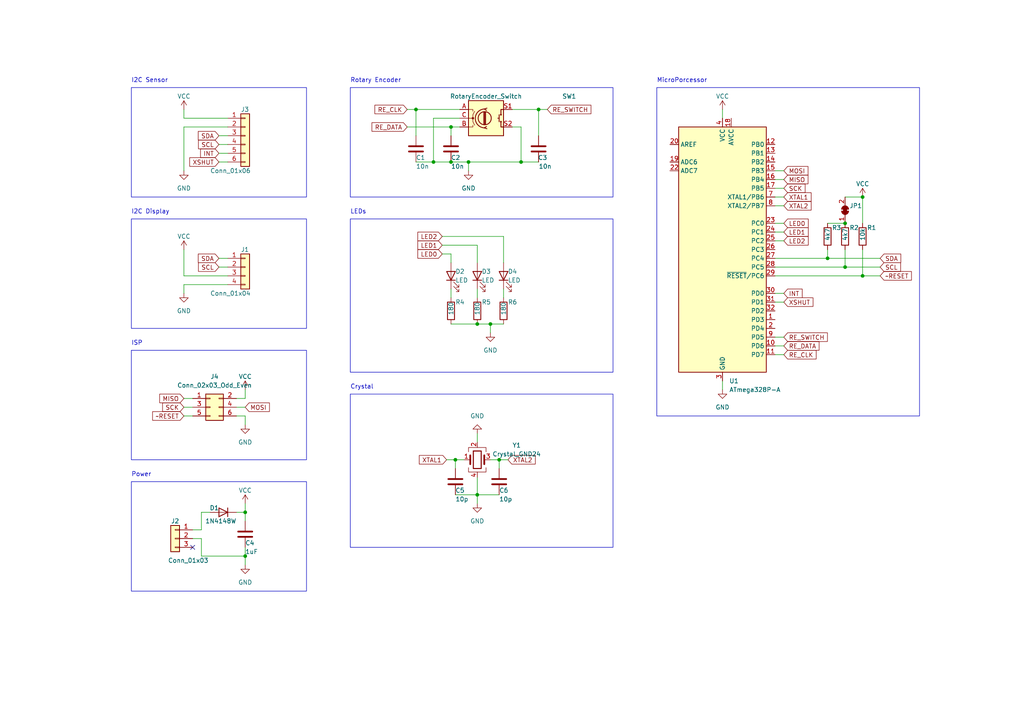
<source format=kicad_sch>
(kicad_sch (version 20230121) (generator eeschema)
  (paper "A4")
  (title_block (title "Laser head distance sensor") (date "2023-05-27") (rev "v1.1") (company "3axis-design.nl"))
  (lib_symbols
    (symbol "Connector_Generic:Conn_01x03" (pin_names (offset 1.016) hide)
      (property "Reference" "J" (at 0 5.08 0))
      (property "Value" "Conn_01x03" (at 0 -5.08 0))
      (symbol "Conn_01x03_1_1"
        (rectangle (start -1.27 -2.413) (end 0 -2.667) (stroke (width 0.1524)))
        (rectangle (start -1.27 0.127) (end 0 -0.127) (stroke (width 0.1524)))
        (rectangle (start -1.27 2.667) (end 0 2.413) (stroke (width 0.1524)))
        (rectangle (start -1.27 3.81) (end 1.27 -3.81) (stroke (width 0.254)) (fill (type background)))
        (pin passive line (at -5.08 2.54 0) (length 3.81) (name "Pin_1") (number "1"))
        (pin passive line (at -5.08 0 0) (length 3.81) (name "Pin_2") (number "2"))
        (pin passive line (at -5.08 -2.54 0) (length 3.81) (name "Pin_3") (number "3"))
      )
    )
    (symbol "Connector_Generic:Conn_01x04" (pin_names (offset 1.016) hide)
      (property "Reference" "J" (at 0 5.08 0))
      (property "Value" "Conn_01x04" (at 0 -7.62 0))
      (symbol "Conn_01x04_1_1"
        (rectangle (start -1.27 -4.953) (end 0 -5.207) (stroke (width 0.1524)))
        (rectangle (start -1.27 -2.413) (end 0 -2.667) (stroke (width 0.1524)))
        (rectangle (start -1.27 0.127) (end 0 -0.127) (stroke (width 0.1524)))
        (rectangle (start -1.27 2.667) (end 0 2.413) (stroke (width 0.1524)))
        (rectangle (start -1.27 3.81) (end 1.27 -6.35) (stroke (width 0.254)) (fill (type background)))
        (pin passive line (at -5.08 2.54 0) (length 3.81) (name "Pin_1") (number "1"))
        (pin passive line (at -5.08 0 0) (length 3.81) (name "Pin_2") (number "2"))
        (pin passive line (at -5.08 -2.54 0) (length 3.81) (name "Pin_3") (number "3"))
        (pin passive line (at -5.08 -5.08 0) (length 3.81) (name "Pin_4") (number "4"))
      )
    )
    (symbol "Connector_Generic:Conn_01x06" (pin_names (offset 1.016) hide)
      (property "Reference" "J" (at 0 7.62 0))
      (property "Value" "Conn_01x06" (at 0 -10.16 0))
      (symbol "Conn_01x06_1_1"
        (rectangle (start -1.27 -7.493) (end 0 -7.747) (stroke (width 0.1524)))
        (rectangle (start -1.27 -4.953) (end 0 -5.207) (stroke (width 0.1524)))
        (rectangle (start -1.27 -2.413) (end 0 -2.667) (stroke (width 0.1524)))
        (rectangle (start -1.27 0.127) (end 0 -0.127) (stroke (width 0.1524)))
        (rectangle (start -1.27 2.667) (end 0 2.413) (stroke (width 0.1524)))
        (rectangle (start -1.27 5.207) (end 0 4.953) (stroke (width 0.1524)))
        (rectangle (start -1.27 6.35) (end 1.27 -8.89) (stroke (width 0.254)) (fill (type background)))
        (pin passive line (at -5.08 5.08 0) (length 3.81) (name "Pin_1") (number "1"))
        (pin passive line (at -5.08 2.54 0) (length 3.81) (name "Pin_2") (number "2"))
        (pin passive line (at -5.08 0 0) (length 3.81) (name "Pin_3") (number "3"))
        (pin passive line (at -5.08 -2.54 0) (length 3.81) (name "Pin_4") (number "4"))
        (pin passive line (at -5.08 -5.08 0) (length 3.81) (name "Pin_5") (number "5"))
        (pin passive line (at -5.08 -7.62 0) (length 3.81) (name "Pin_6") (number "6"))
      )
    )
    (symbol "Connector_Generic:Conn_02x03_Odd_Even" (pin_names (offset 1.016) hide)
      (property "Reference" "J" (at 1.27 5.08 0))
      (property "Value" "Conn_02x03_Odd_Even" (at 1.27 -5.08 0))
      (symbol "Conn_02x03_Odd_Even_1_1"
        (rectangle (start -1.27 -2.413) (end 0 -2.667) (stroke (width 0.1524)))
        (rectangle (start -1.27 0.127) (end 0 -0.127) (stroke (width 0.1524)))
        (rectangle (start -1.27 2.667) (end 0 2.413) (stroke (width 0.1524)))
        (rectangle (start -1.27 3.81) (end 3.81 -3.81) (stroke (width 0.254)) (fill (type background)))
        (rectangle (start 3.81 -2.413) (end 2.54 -2.667) (stroke (width 0.1524)))
        (rectangle (start 3.81 0.127) (end 2.54 -0.127) (stroke (width 0.1524)))
        (rectangle (start 3.81 2.667) (end 2.54 2.413) (stroke (width 0.1524)))
        (pin passive line (at -5.08 2.54 0) (length 3.81) (name "Pin_1") (number "1"))
        (pin passive line (at 7.62 2.54 180) (length 3.81) (name "Pin_2") (number "2"))
        (pin passive line (at -5.08 0 0) (length 3.81) (name "Pin_3") (number "3"))
        (pin passive line (at 7.62 0 180) (length 3.81) (name "Pin_4") (number "4"))
        (pin passive line (at -5.08 -2.54 0) (length 3.81) (name "Pin_5") (number "5"))
        (pin passive line (at 7.62 -2.54 180) (length 3.81) (name "Pin_6") (number "6"))
      )
    )
    (symbol "Device:C" (pin_numbers hide) (pin_names (offset 0.254))
      (property "Reference" "C" (at 0.635 2.54 0))
      (property "Value" "C" (at 0.635 -2.54 0))
      (symbol "C_0_1"
        (polyline (pts (xy -2.032 -0.762) (xy 2.032 -0.762)) (stroke (width 0.508)))
        (polyline (pts (xy -2.032 0.762) (xy 2.032 0.762)) (stroke (width 0.508)))
      )
      (symbol "C_1_1"
        (pin passive line (at 0 3.81 270) (length 2.794) (name "~") (number "1"))
        (pin passive line (at 0 -3.81 90) (length 2.794) (name "~") (number "2"))
      )
    )
    (symbol "Device:Crystal_GND24" (pin_names (offset 1.016) hide)
      (property "Reference" "Y" (at 3.175 5.08 0))
      (property "Value" "Crystal_GND24" (at 3.175 3.175 0))
      (symbol "Crystal_GND24_0_1"
        (rectangle (start -1.143 2.54) (end 1.143 -2.54) (stroke (width 0.3048)))
        (polyline (pts (xy -2.54 0) (xy -2.032 0)))
        (polyline (pts (xy -2.032 -1.27) (xy -2.032 1.27)) (stroke (width 0.508)))
        (polyline (pts (xy 0 -3.81) (xy 0 -3.556)))
        (polyline (pts (xy 0 3.556) (xy 0 3.81)))
        (polyline (pts (xy 2.032 -1.27) (xy 2.032 1.27)) (stroke (width 0.508)))
        (polyline (pts (xy 2.032 0) (xy 2.54 0)))
        (polyline (pts (xy -2.54 -2.286) (xy -2.54 -3.556) (xy 2.54 -3.556) (xy 2.54 -2.286)))
        (polyline (pts (xy -2.54 2.286) (xy -2.54 3.556) (xy 2.54 3.556) (xy 2.54 2.286)))
      )
      (symbol "Crystal_GND24_1_1"
        (pin passive line (at -3.81 0 0) (length 1.27) (name "1") (number "1"))
        (pin passive line (at 0 5.08 270) (length 1.27) (name "2") (number "2"))
        (pin passive line (at 3.81 0 180) (length 1.27) (name "3") (number "3"))
        (pin passive line (at 0 -5.08 90) (length 1.27) (name "4") (number "4"))
      )
    )
    (symbol "Device:LED" (pin_numbers hide) (pin_names (offset 1.016) hide)
      (property "Reference" "D" (at 0 2.54 0))
      (property "Value" "LED" (at 0 -2.54 0))
      (symbol "LED_0_1"
        (polyline (pts (xy -1.27 -1.27) (xy -1.27 1.27)) (stroke (width 0.254)))
        (polyline (pts (xy -1.27 0) (xy 1.27 0)))
        (polyline (pts (xy 1.27 -1.27) (xy 1.27 1.27) (xy -1.27 0) (xy 1.27 -1.27)) (stroke (width 0.254)))
        (polyline (pts (xy -3.048 -0.762) (xy -4.572 -2.286) (xy -3.81 -2.286) (xy -4.572 -2.286) (xy -4.572 -1.524)))
        (polyline (pts (xy -1.778 -0.762) (xy -3.302 -2.286) (xy -2.54 -2.286) (xy -3.302 -2.286) (xy -3.302 -1.524)))
      )
      (symbol "LED_1_1"
        (pin passive line (at -3.81 0 0) (length 2.54) (name "K") (number "1"))
        (pin passive line (at 3.81 0 180) (length 2.54) (name "A") (number "2"))
      )
    )
    (symbol "Device:R" (pin_numbers hide) (pin_names (offset 0))
      (property "Reference" "R" (at 2.032 0 90))
      (property "Value" "R" (at 0 0 90))
      (symbol "R_0_1"
        (rectangle (start -1.016 -2.54) (end 1.016 2.54) (stroke (width 0.254)))
      )
      (symbol "R_1_1"
        (pin passive line (at 0 3.81 270) (length 1.27) (name "~") (number "1"))
        (pin passive line (at 0 -3.81 90) (length 1.27) (name "~") (number "2"))
      )
    )
    (symbol "Device:RotaryEncoder_Switch" (pin_names (offset 0.254) hide)
      (property "Reference" "SW" (at 0 6.604 0))
      (property "Value" "RotaryEncoder_Switch" (at 0 -6.604 0))
      (symbol "RotaryEncoder_Switch_0_1"
        (rectangle (start -5.08 5.08) (end 5.08 -5.08) (stroke (width 0.254)) (fill (type background)))
        (circle (center -3.81 0) (radius 0.254) (fill (type outline)))
        (circle (center -0.381 0) (radius 1.905) (stroke (width 0.254)))
        (arc (start -0.381 2.667) (mid -3.0988 -0.0635) (end -0.381 -2.794) (stroke (width 0.254)))
        (polyline (pts (xy -0.635 -1.778) (xy -0.635 1.778)) (stroke (width 0.254)))
        (polyline (pts (xy -0.381 -1.778) (xy -0.381 1.778)) (stroke (width 0.254)))
        (polyline (pts (xy -0.127 1.778) (xy -0.127 -1.778)) (stroke (width 0.254)))
        (polyline (pts (xy 3.81 0) (xy 3.429 0)) (stroke (width 0.254)))
        (polyline (pts (xy 3.81 1.016) (xy 3.81 -1.016)) (stroke (width 0.254)))
        (polyline (pts (xy -5.08 -2.54) (xy -3.81 -2.54) (xy -3.81 -2.032)))
        (polyline (pts (xy -5.08 2.54) (xy -3.81 2.54) (xy -3.81 2.032)))
        (polyline (pts (xy 0.254 -3.048) (xy -0.508 -2.794) (xy 0.127 -2.413)) (stroke (width 0.254)))
        (polyline (pts (xy 0.254 2.921) (xy -0.508 2.667) (xy 0.127 2.286)) (stroke (width 0.254)))
        (polyline (pts (xy 5.08 -2.54) (xy 4.318 -2.54) (xy 4.318 -1.016)) (stroke (width 0.254)))
        (polyline (pts (xy 5.08 2.54) (xy 4.318 2.54) (xy 4.318 1.016)) (stroke (width 0.254)))
        (polyline (pts (xy -5.08 0) (xy -3.81 0) (xy -3.81 -1.016) (xy -3.302 -2.032)))
        (polyline (pts (xy -4.318 0) (xy -3.81 0) (xy -3.81 1.016) (xy -3.302 2.032)))
        (circle (center 4.318 -1.016) (radius 0.127) (stroke (width 0.254)))
        (circle (center 4.318 1.016) (radius 0.127) (stroke (width 0.254)))
      )
      (symbol "RotaryEncoder_Switch_1_1"
        (pin passive line (at -7.62 2.54 0) (length 2.54) (name "A") (number "A"))
        (pin passive line (at -7.62 -2.54 0) (length 2.54) (name "B") (number "B"))
        (pin passive line (at -7.62 0 0) (length 2.54) (name "C") (number "C"))
        (pin passive line (at 7.62 2.54 180) (length 2.54) (name "S1") (number "S1"))
        (pin passive line (at 7.62 -2.54 180) (length 2.54) (name "S2") (number "S2"))
      )
    )
    (symbol "Diode:1N4148W" (pin_numbers hide) (pin_names hide)
      (property "Reference" "D" (at 0 2.54 0))
      (property "Value" "1N4148W" (at 0 -2.54 0))
      (symbol "1N4148W_0_1"
        (polyline (pts (xy -1.27 1.27) (xy -1.27 -1.27)) (stroke (width 0.254)))
        (polyline (pts (xy 1.27 0) (xy -1.27 0)))
        (polyline (pts (xy 1.27 1.27) (xy 1.27 -1.27) (xy -1.27 0) (xy 1.27 1.27)) (stroke (width 0.254)))
      )
      (symbol "1N4148W_1_1"
        (pin passive line (at -3.81 0 0) (length 2.54) (name "K") (number "1"))
        (pin passive line (at 3.81 0 180) (length 2.54) (name "A") (number "2"))
      )
    )
    (symbol "Jumper:SolderJumper_2_Bridged" (pin_names (offset 0) hide)
      (property "Reference" "JP" (at 0 2.032 0))
      (property "Value" "SolderJumper_2_Bridged" (at 0 -2.54 0))
      (symbol "SolderJumper_2_Bridged_0_1"
        (rectangle (start -0.508 0.508) (end 0.508 -0.508) (fill (type outline)))
        (arc (start -0.254 1.016) (mid -1.2656 0) (end -0.254 -1.016))
        (arc (start -0.254 1.016) (mid -1.2656 0) (end -0.254 -1.016) (fill (type outline)))
        (polyline (pts (xy -0.254 1.016) (xy -0.254 -1.016)))
        (polyline (pts (xy 0.254 1.016) (xy 0.254 -1.016)))
        (arc (start 0.254 -1.016) (mid 1.2656 0) (end 0.254 1.016))
        (arc (start 0.254 -1.016) (mid 1.2656 0) (end 0.254 1.016) (fill (type outline)))
      )
      (symbol "SolderJumper_2_Bridged_1_1"
        (pin passive line (at -3.81 0 0) (length 2.54) (name "A") (number "1"))
        (pin passive line (at 3.81 0 180) (length 2.54) (name "B") (number "2"))
      )
    )
    (symbol "MCU_Microchip_ATmega:ATmega328P-A"
      (property "Reference" "U" (at -12.7 36.83 0))
      (property "Value" "ATmega328P-A" (at 2.54 -36.83 0))
      (symbol "ATmega328P-A_0_1"
        (rectangle (start -12.7 -35.56) (end 12.7 35.56) (stroke (width 0.254)) (fill (type background)))
      )
      (symbol "ATmega328P-A_1_1"
        (pin bidirectional line (at 15.24 -20.32 180) (length 2.54) (name "PD3") (number "1"))
        (pin bidirectional line (at 15.24 -27.94 180) (length 2.54) (name "PD6") (number "10"))
        (pin bidirectional line (at 15.24 -30.48 180) (length 2.54) (name "PD7") (number "11"))
        (pin bidirectional line (at 15.24 30.48 180) (length 2.54) (name "PB0") (number "12"))
        (pin bidirectional line (at 15.24 27.94 180) (length 2.54) (name "PB1") (number "13"))
        (pin bidirectional line (at 15.24 25.4 180) (length 2.54) (name "PB2") (number "14"))
        (pin bidirectional line (at 15.24 22.86 180) (length 2.54) (name "PB3") (number "15"))
        (pin bidirectional line (at 15.24 20.32 180) (length 2.54) (name "PB4") (number "16"))
        (pin bidirectional line (at 15.24 17.78 180) (length 2.54) (name "PB5") (number "17"))
        (pin power_in line (at 2.54 38.1 270) (length 2.54) (name "AVCC") (number "18"))
        (pin input line (at -15.24 25.4 0) (length 2.54) (name "ADC6") (number "19"))
        (pin bidirectional line (at 15.24 -22.86 180) (length 2.54) (name "PD4") (number "2"))
        (pin passive line (at -15.24 30.48 0) (length 2.54) (name "AREF") (number "20"))
        (pin passive line (at 0 -38.1 90) (length 2.54) hide (name "GND") (number "21"))
        (pin input line (at -15.24 22.86 0) (length 2.54) (name "ADC7") (number "22"))
        (pin bidirectional line (at 15.24 7.62 180) (length 2.54) (name "PC0") (number "23"))
        (pin bidirectional line (at 15.24 5.08 180) (length 2.54) (name "PC1") (number "24"))
        (pin bidirectional line (at 15.24 2.54 180) (length 2.54) (name "PC2") (number "25"))
        (pin bidirectional line (at 15.24 0 180) (length 2.54) (name "PC3") (number "26"))
        (pin bidirectional line (at 15.24 -2.54 180) (length 2.54) (name "PC4") (number "27"))
        (pin bidirectional line (at 15.24 -5.08 180) (length 2.54) (name "PC5") (number "28"))
        (pin bidirectional line (at 15.24 -7.62 180) (length 2.54) (name "~{RESET}/PC6") (number "29"))
        (pin power_in line (at 0 -38.1 90) (length 2.54) (name "GND") (number "3"))
        (pin bidirectional line (at 15.24 -12.7 180) (length 2.54) (name "PD0") (number "30"))
        (pin bidirectional line (at 15.24 -15.24 180) (length 2.54) (name "PD1") (number "31"))
        (pin bidirectional line (at 15.24 -17.78 180) (length 2.54) (name "PD2") (number "32"))
        (pin power_in line (at 0 38.1 270) (length 2.54) (name "VCC") (number "4"))
        (pin passive line (at 0 -38.1 90) (length 2.54) hide (name "GND") (number "5"))
        (pin passive line (at 0 38.1 270) (length 2.54) hide (name "VCC") (number "6"))
        (pin bidirectional line (at 15.24 15.24 180) (length 2.54) (name "XTAL1/PB6") (number "7"))
        (pin bidirectional line (at 15.24 12.7 180) (length 2.54) (name "XTAL2/PB7") (number "8"))
        (pin bidirectional line (at 15.24 -25.4 180) (length 2.54) (name "PD5") (number "9"))
      )
    )
    (symbol "power:GND" (power) (pin_names (offset 0))
      (property "Value" "GND" (at 0 -3.81 0))
      (symbol "GND_0_1"
        (polyline (pts (xy 0 0) (xy 0 -1.27) (xy 1.27 -1.27) (xy 0 -2.54) (xy -1.27 -1.27) (xy 0 -1.27)))
      )
      (symbol "GND_1_1"
        (pin power_in line (at 0 0 270) (length 0) hide (name "GND") (number "1"))
      )
    )
    (symbol "power:VCC" (power) (pin_names (offset 0))
      (property "Value" "VCC" (at 0 3.81 0))
      (symbol "VCC_0_1"
        (polyline (pts (xy -0.762 1.27) (xy 0 2.54)))
        (polyline (pts (xy 0 0) (xy 0 2.54)))
        (polyline (pts (xy 0 2.54) (xy 0.762 1.27)))
      )
      (symbol "VCC_1_1"
        (pin power_in line (at 0 0 90) (length 0) hide (name "VCC") (number "1"))
      )
    )
  )
  (junction (at 125.73 46.99))
  (junction (at 71.12 148.59))
  (junction (at 120.65 31.75))
  (junction (at 144.78 133.35))
  (junction (at 142.24 93.98))
  (junction (at 245.11 64.77))
  (junction (at 132.08 133.35))
  (junction (at 156.21 31.75))
  (junction (at 245.11 77.47))
  (junction (at 138.43 93.98))
  (junction (at 151.13 46.99))
  (junction (at 71.12 161.29))
  (junction (at 135.89 46.99))
  (junction (at 130.81 36.83))
  (junction (at 240.03 74.93))
  (junction (at 130.81 46.99))
  (junction (at 138.43 143.51))
  (junction (at 250.19 80.01))
  (junction (at 250.19 57.15))
  (no_connect (at 55.88 158.75))
  (wire (pts (xy 133.35 34.29) (xy 125.73 34.29)))
  (wire (pts (xy 224.79 85.09) (xy 227.33 85.09)))
  (wire (pts (xy 138.43 143.51) (xy 144.78 143.51)))
  (wire (pts (xy 156.21 31.75) (xy 148.59 31.75)))
  (wire (pts (xy 224.79 74.93) (xy 240.03 74.93)))
  (wire (pts (xy 130.81 73.66) (xy 130.81 76.2)))
  (wire (pts (xy 53.34 72.39) (xy 53.34 80.01)))
  (wire (pts (xy 53.34 120.65) (xy 55.88 120.65)))
  (wire (pts (xy 224.79 52.07) (xy 227.33 52.07)))
  (wire (pts (xy 53.34 115.57) (xy 55.88 115.57)))
  (wire (pts (xy 144.78 133.35) (xy 144.78 135.89)))
  (wire (pts (xy 138.43 83.82) (xy 138.43 86.36)))
  (wire (pts (xy 209.55 31.75) (xy 209.55 34.29)))
  (wire (pts (xy 129.54 133.35) (xy 132.08 133.35)))
  (wire (pts (xy 142.24 93.98) (xy 142.24 96.52)))
  (wire (pts (xy 224.79 67.31) (xy 227.33 67.31)))
  (wire (pts (xy 224.79 59.69) (xy 227.33 59.69)))
  (wire (pts (xy 130.81 83.82) (xy 130.81 86.36)))
  (wire (pts (xy 130.81 46.99) (xy 135.89 46.99)))
  (wire (pts (xy 71.12 158.75) (xy 71.12 161.29)))
  (wire (pts (xy 156.21 39.37) (xy 156.21 31.75)))
  (wire (pts (xy 71.12 148.59) (xy 71.12 151.13)))
  (wire (pts (xy 63.5 39.37) (xy 66.04 39.37)))
  (wire (pts (xy 68.58 118.11) (xy 71.12 118.11)))
  (wire (pts (xy 224.79 97.79) (xy 227.33 97.79)))
  (wire (pts (xy 120.65 39.37) (xy 120.65 31.75)))
  (wire (pts (xy 245.11 57.15) (xy 250.19 57.15)))
  (wire (pts (xy 142.24 93.98) (xy 146.05 93.98)))
  (wire (pts (xy 156.21 31.75) (xy 158.75 31.75)))
  (wire (pts (xy 130.81 36.83) (xy 130.81 39.37)))
  (wire (pts (xy 53.34 82.55) (xy 66.04 82.55)))
  (wire (pts (xy 142.24 133.35) (xy 144.78 133.35)))
  (wire (pts (xy 138.43 143.51) (xy 138.43 146.05)))
  (wire (pts (xy 209.55 110.49) (xy 209.55 113.03)))
  (wire (pts (xy 125.73 34.29) (xy 125.73 46.99)))
  (wire (pts (xy 71.12 120.65) (xy 71.12 123.19)))
  (wire (pts (xy 68.58 120.65) (xy 71.12 120.65)))
  (wire (pts (xy 240.03 72.39) (xy 240.03 74.93)))
  (wire (pts (xy 132.08 143.51) (xy 138.43 143.51)))
  (wire (pts (xy 224.79 77.47) (xy 245.11 77.47)))
  (wire (pts (xy 53.34 34.29) (xy 66.04 34.29)))
  (wire (pts (xy 63.5 74.93) (xy 66.04 74.93)))
  (wire (pts (xy 224.79 64.77) (xy 227.33 64.77)))
  (wire (pts (xy 151.13 46.99) (xy 156.21 46.99)))
  (wire (pts (xy 250.19 72.39) (xy 250.19 80.01)))
  (wire (pts (xy 63.5 44.45) (xy 66.04 44.45)))
  (wire (pts (xy 118.11 36.83) (xy 130.81 36.83)))
  (wire (pts (xy 132.08 133.35) (xy 132.08 135.89)))
  (wire (pts (xy 63.5 46.99) (xy 66.04 46.99)))
  (wire (pts (xy 53.34 36.83) (xy 53.34 49.53)))
  (wire (pts (xy 240.03 74.93) (xy 255.27 74.93)))
  (wire (pts (xy 224.79 49.53) (xy 227.33 49.53)))
  (wire (pts (xy 138.43 138.43) (xy 138.43 143.51)))
  (wire (pts (xy 71.12 148.59) (xy 68.58 148.59)))
  (wire (pts (xy 58.42 161.29) (xy 71.12 161.29)))
  (wire (pts (xy 146.05 83.82) (xy 146.05 86.36)))
  (wire (pts (xy 63.5 77.47) (xy 66.04 77.47)))
  (wire (pts (xy 138.43 76.2) (xy 138.43 71.12)))
  (wire (pts (xy 53.34 85.09) (xy 53.34 82.55)))
  (wire (pts (xy 138.43 93.98) (xy 142.24 93.98)))
  (wire (pts (xy 71.12 146.05) (xy 71.12 148.59)))
  (wire (pts (xy 71.12 115.57) (xy 71.12 113.03)))
  (wire (pts (xy 146.05 68.58) (xy 146.05 76.2)))
  (wire (pts (xy 224.79 100.33) (xy 227.33 100.33)))
  (wire (pts (xy 128.27 73.66) (xy 130.81 73.66)))
  (wire (pts (xy 151.13 36.83) (xy 151.13 46.99)))
  (wire (pts (xy 125.73 46.99) (xy 130.81 46.99)))
  (wire (pts (xy 58.42 156.21) (xy 58.42 161.29)))
  (wire (pts (xy 53.34 80.01) (xy 66.04 80.01)))
  (wire (pts (xy 144.78 133.35) (xy 147.32 133.35)))
  (wire (pts (xy 130.81 36.83) (xy 133.35 36.83)))
  (wire (pts (xy 224.79 57.15) (xy 227.33 57.15)))
  (wire (pts (xy 148.59 36.83) (xy 151.13 36.83)))
  (wire (pts (xy 53.34 118.11) (xy 55.88 118.11)))
  (wire (pts (xy 224.79 69.85) (xy 227.33 69.85)))
  (wire (pts (xy 68.58 115.57) (xy 71.12 115.57)))
  (wire (pts (xy 53.34 31.75) (xy 53.34 34.29)))
  (wire (pts (xy 120.65 46.99) (xy 125.73 46.99)))
  (wire (pts (xy 224.79 102.87) (xy 227.33 102.87)))
  (wire (pts (xy 250.19 57.15) (xy 250.19 64.77)))
  (wire (pts (xy 135.89 49.53) (xy 135.89 46.99)))
  (wire (pts (xy 240.03 64.77) (xy 245.11 64.77)))
  (wire (pts (xy 138.43 125.73) (xy 138.43 128.27)))
  (wire (pts (xy 63.5 41.91) (xy 66.04 41.91)))
  (wire (pts (xy 250.19 80.01) (xy 255.27 80.01)))
  (wire (pts (xy 55.88 156.21) (xy 58.42 156.21)))
  (wire (pts (xy 245.11 77.47) (xy 255.27 77.47)))
  (wire (pts (xy 71.12 161.29) (xy 71.12 163.83)))
  (wire (pts (xy 66.04 36.83) (xy 53.34 36.83)))
  (wire (pts (xy 118.11 31.75) (xy 120.65 31.75)))
  (wire (pts (xy 58.42 153.67) (xy 58.42 148.59)))
  (wire (pts (xy 55.88 153.67) (xy 58.42 153.67)))
  (wire (pts (xy 58.42 148.59) (xy 60.96 148.59)))
  (wire (pts (xy 128.27 68.58) (xy 146.05 68.58)))
  (wire (pts (xy 224.79 54.61) (xy 227.33 54.61)))
  (wire (pts (xy 135.89 46.99) (xy 151.13 46.99)))
  (wire (pts (xy 120.65 31.75) (xy 133.35 31.75)))
  (wire (pts (xy 128.27 71.12) (xy 138.43 71.12)))
  (wire (pts (xy 224.79 87.63) (xy 227.33 87.63)))
  (wire (pts (xy 224.79 80.01) (xy 250.19 80.01)))
  (wire (pts (xy 134.62 133.35) (xy 132.08 133.35)))
  (wire (pts (xy 130.81 93.98) (xy 138.43 93.98)))
  (wire (pts (xy 245.11 72.39) (xy 245.11 77.47)))
  (rectangle (start 101.6 63.5) (end 177.8 107.95))
  (rectangle (start 101.6 25.4) (end 177.8 57.15))
  (rectangle (start 38.1 101.6) (end 88.9 133.35))
  (rectangle (start 190.5 25.4) (end 266.7 120.65))
  (rectangle (start 38.1 25.4) (end 88.9 57.15))
  (rectangle (start 38.1 139.7) (end 88.9 171.45))
  (rectangle (start 38.1 63.5) (end 88.9 95.25))
  (rectangle (start 101.6 114.3) (end 177.8 158.75))
  (text "I2C Display" (at 38.1 62.23 0) (effects (font (size 1.27 1.27)) (justify left bottom)))
  (text "ISP" (at 38.1 100.33 0) (effects (font (size 1.27 1.27)) (justify left bottom)))
  (text "Power" (at 38.1 138.43 0) (effects (font (size 1.27 1.27)) (justify left bottom)))
  (text "Rotary Encoder" (at 101.6 24.13 0) (effects (font (size 1.27 1.27)) (justify left bottom)))
  (text "Crystal" (at 101.6 113.03 0) (effects (font (size 1.27 1.27)) (justify left bottom)))
  (text "LEDs" (at 101.6 62.23 0) (effects (font (size 1.27 1.27)) (justify left bottom)))
  (text "I2C Sensor" (at 38.1 24.13 0) (effects (font (size 1.27 1.27)) (justify left bottom)))
  (text "MicroPorcessor" (at 190.5 24.13 0) (effects (font (size 1.27 1.27)) (justify left bottom)))
  (global_label "XTAL1" (shape input) (at 227.33 57.15 0) (property "Intersheetrefs" "${INTERSHEET_REFS}" (effects hide)))
  (global_label "MISO" (shape input) (at 227.33 52.07 0) (property "Intersheetrefs" "${INTERSHEET_REFS}" (effects hide)))
  (global_label "SCK" (shape input) (at 227.33 54.61 0) (property "Intersheetrefs" "${INTERSHEET_REFS}" (effects hide)))
  (global_label "XSHUT" (shape input) (at 63.5 46.99 180) (property "Intersheetrefs" "${INTERSHEET_REFS}" (effects hide)))
  (global_label "XTAL2" (shape input) (at 147.32 133.35 0) (property "Intersheetrefs" "${INTERSHEET_REFS}" (effects hide)))
  (global_label "~RESET" (shape input) (at 255.27 80.01 0) (property "Intersheetrefs" "${INTERSHEET_REFS}" (effects hide)))
  (global_label "SCL" (shape input) (at 63.5 77.47 180) (property "Intersheetrefs" "${INTERSHEET_REFS}" (effects hide)))
  (global_label "SDA" (shape input) (at 255.27 74.93 0) (property "Intersheetrefs" "${INTERSHEET_REFS}" (effects hide)))
  (global_label "SCL" (shape input) (at 63.5 41.91 180) (property "Intersheetrefs" "${INTERSHEET_REFS}" (effects hide)))
  (global_label "~RESET" (shape input) (at 53.34 120.65 180) (property "Intersheetrefs" "${INTERSHEET_REFS}" (effects hide)))
  (global_label "LED2" (shape input) (at 128.27 68.58 180) (property "Intersheetrefs" "${INTERSHEET_REFS}" (effects hide)))
  (global_label "SCL" (shape input) (at 255.27 77.47 0) (property "Intersheetrefs" "${INTERSHEET_REFS}" (effects hide)))
  (global_label "RE_DATA" (shape input) (at 118.11 36.83 180) (property "Intersheetrefs" "${INTERSHEET_REFS}" (effects hide)))
  (global_label "MOSI" (shape input) (at 227.33 49.53 0) (property "Intersheetrefs" "${INTERSHEET_REFS}" (effects hide)))
  (global_label "SCK" (shape input) (at 53.34 118.11 180) (property "Intersheetrefs" "${INTERSHEET_REFS}" (effects hide)))
  (global_label "INT" (shape input) (at 227.33 85.09 0) (property "Intersheetrefs" "${INTERSHEET_REFS}" (effects hide)))
  (global_label "XTAL2" (shape input) (at 227.33 59.69 0) (property "Intersheetrefs" "${INTERSHEET_REFS}" (effects hide)))
  (global_label "INT" (shape input) (at 63.5 44.45 180) (property "Intersheetrefs" "${INTERSHEET_REFS}" (effects hide)))
  (global_label "MISO" (shape input) (at 53.34 115.57 180) (property "Intersheetrefs" "${INTERSHEET_REFS}" (effects hide)))
  (global_label "RE_DATA" (shape input) (at 227.33 100.33 0) (property "Intersheetrefs" "${INTERSHEET_REFS}" (effects hide)))
  (global_label "RE_CLK" (shape input) (at 118.11 31.75 180) (property "Intersheetrefs" "${INTERSHEET_REFS}" (effects hide)))
  (global_label "LED0" (shape input) (at 128.27 73.66 180) (property "Intersheetrefs" "${INTERSHEET_REFS}" (effects hide)))
  (global_label "RE_CLK" (shape input) (at 227.33 102.87 0) (property "Intersheetrefs" "${INTERSHEET_REFS}" (effects hide)))
  (global_label "SDA" (shape input) (at 63.5 39.37 180) (property "Intersheetrefs" "${INTERSHEET_REFS}" (effects hide)))
  (global_label "XSHUT" (shape input) (at 227.33 87.63 0) (property "Intersheetrefs" "${INTERSHEET_REFS}" (effects hide)))
  (global_label "XTAL1" (shape input) (at 129.54 133.35 180) (property "Intersheetrefs" "${INTERSHEET_REFS}" (effects hide)))
  (global_label "RE_SWITCH" (shape input) (at 158.75 31.75 0) (property "Intersheetrefs" "${INTERSHEET_REFS}" (effects hide)))
  (global_label "MOSI" (shape input) (at 71.12 118.11 0) (property "Intersheetrefs" "${INTERSHEET_REFS}" (effects hide)))
  (global_label "LED1" (shape input) (at 227.33 67.31 0) (property "Intersheetrefs" "${INTERSHEET_REFS}" (effects hide)))
  (global_label "LED0" (shape input) (at 227.33 64.77 0) (property "Intersheetrefs" "${INTERSHEET_REFS}" (effects hide)))
  (global_label "RE_SWITCH" (shape input) (at 227.33 97.79 0) (property "Intersheetrefs" "${INTERSHEET_REFS}" (effects hide)))
  (global_label "LED1" (shape input) (at 128.27 71.12 180) (property "Intersheetrefs" "${INTERSHEET_REFS}" (effects hide)))
  (global_label "LED2" (shape input) (at 227.33 69.85 0) (property "Intersheetrefs" "${INTERSHEET_REFS}" (effects hide)))
  (global_label "SDA" (shape input) (at 63.5 74.93 180) (property "Intersheetrefs" "${INTERSHEET_REFS}" (effects hide)))
  (symbol (lib_id "Connector_Generic:Conn_02x03_Odd_Even") (at 60.96 118.11 0) (unit 1)
    (property "Reference" "J4" (at 62.23 109.22 0))
    (property "Value" "Conn_02x03_Odd_Even" (at 62.23 111.76 0))
    (property "Footprint" "Connector_PinHeader_2.54mm:PinHeader_2x03_P2.54mm_Vertical" (effects hide))
  )
  (symbol (lib_id "power:VCC") (at 53.34 31.75 0) (mirror y) (unit 1)
    (property "Reference" "#PWR05" (effects hide))
    (property "Value" "VCC" (at 53.34 27.94 0))
  )
  (symbol (lib_id "MCU_Microchip_ATmega:ATmega328P-A") (at 209.55 72.39 0) (unit 1)
    (property "Reference" "U1" (at 211.5059 110.49 0) (effects (justify left)))
    (property "Value" "ATmega328P-A" (at 211.5059 113.03 0) (effects (justify left)))
    (property "Footprint" "Package_QFP:TQFP-32_7x7mm_P0.8mm" (effects hide))
    (property "Datasheet" "http://ww1.microchip.com/downloads/en/DeviceDoc/ATmega328_P%20AVR%20MCU%20with%20picoPower%20Technology%20Data%20Sheet%2040001984A.pdf" (effects hide))
    (property "LCSC" "C14877" (effects hide))
  )
  (symbol (lib_id "power:VCC") (at 209.55 31.75 0) (unit 1)
    (property "Reference" "#PWR07" (effects hide))
    (property "Value" "VCC" (at 209.55 27.94 0))
  )
  (symbol (lib_id "power:GND") (at 209.55 113.03 0) (unit 1)
    (property "Reference" "#PWR08" (effects hide))
    (property "Value" "GND" (at 209.55 118.11 0))
  )
  (symbol (lib_id "Device:C") (at 144.78 139.7 0) (unit 1)
    (property "Reference" "C6" (at 144.78 142.24 0) (effects (justify left)))
    (property "Value" "10p" (at 144.78 144.78 0) (effects (justify left)))
    (property "Footprint" "Capacitor_SMD:C_0805_2012Metric_Pad1.18x1.45mm_HandSolder" (effects hide))
    (property "LCSC" "C1804" (effects hide))
  )
  (symbol (lib_id "power:VCC") (at 71.12 146.05 0) (unit 1)
    (property "Reference" "#PWR010" (effects hide))
    (property "Value" "VCC" (at 71.12 142.24 0))
  )
  (symbol (lib_id "Device:R") (at 130.81 90.17 0) (unit 1)
    (property "Reference" "R4" (at 132.08 87.63 0) (effects (justify left)))
    (property "Value" "180" (at 130.81 91.44 90) (effects (justify left)))
    (property "Footprint" "Resistor_SMD:R_0805_2012Metric_Pad1.20x1.40mm_HandSolder" (effects hide))
    (property "LCSC" "C25270" (effects hide))
  )
  (symbol (lib_id "power:GND") (at 71.12 163.83 0) (unit 1)
    (property "Reference" "#PWR09" (effects hide))
    (property "Value" "GND" (at 71.12 168.91 0))
  )
  (symbol (lib_id "Device:LED") (at 130.81 80.01 90) (unit 1)
    (property "Reference" "D2" (at 132.08 78.74 90) (effects (justify right)))
    (property "Value" "LED" (at 132.08 81.28 90) (effects (justify right)))
    (property "Footprint" "LED_SMD:LED_0805_2012Metric" (effects hide))
    (property "LCSC" "C84256" (effects hide))
  )
  (symbol (lib_id "Device:Crystal_GND24") (at 138.43 133.35 0) (unit 1)
    (property "Reference" "Y1" (at 149.86 129.1591 0))
    (property "Value" "Crystal_GND24" (at 149.86 131.6991 0))
    (property "Footprint" "Crystal:Crystal_SMD_3225-4Pin_3.2x2.5mm" (effects hide))
    (property "LCSC" "C258942" (effects hide))
  )
  (symbol (lib_id "Jumper:SolderJumper_2_Bridged") (at 245.11 60.96 90) (unit 1)
    (property "Reference" "JP1" (at 246.38 59.69 90) (effects (justify right)))
    (property "Value" "SolderJumper_2_Bridged" (effects hide))
    (property "Footprint" "Jumper:SolderJumper-2_P1.3mm_Bridged2Bar_RoundedPad1.0x1.5mm" (effects hide))
  )
  (symbol (lib_id "power:VCC") (at 250.19 57.15 0) (unit 1)
    (property "Reference" "#PWR03" (effects hide))
    (property "Value" "VCC" (at 250.19 53.34 0))
  )
  (symbol (lib_id "power:GND") (at 53.34 49.53 0) (unit 1)
    (property "Reference" "#PWR06" (effects hide))
    (property "Value" "GND" (at 53.34 54.61 0))
  )
  (symbol (lib_id "power:GND") (at 135.89 49.53 0) (mirror y) (unit 1)
    (property "Reference" "#PWR01" (effects hide))
    (property "Value" "GND" (at 135.89 54.61 0))
  )
  (symbol (lib_id "Device:R") (at 250.19 68.58 0) (unit 1)
    (property "Reference" "R1" (at 251.46 66.04 0) (effects (justify left)))
    (property "Value" "10k" (at 250.19 69.85 90) (effects (justify left)))
    (property "Footprint" "Resistor_SMD:R_0805_2012Metric_Pad1.20x1.40mm_HandSolder" (effects hide))
    (property "LCSC" "C17414" (effects hide))
  )
  (symbol (lib_id "Connector_Generic:Conn_01x03") (at 50.8 156.21 0) (mirror y) (unit 1)
    (property "Reference" "J2" (at 50.8 151.13 0))
    (property "Value" "Conn_01x03" (at 54.61 162.56 0))
    (property "Footprint" "laserhead-distance-sensor:USB-C power-only" (effects hide))
  )
  (symbol (lib_id "Device:LED") (at 146.05 80.01 90) (unit 1)
    (property "Reference" "D4" (at 147.32 78.74 90) (effects (justify right)))
    (property "Value" "LED" (at 147.32 81.28 90) (effects (justify right)))
    (property "Footprint" "LED_SMD:LED_0805_2012Metric" (effects hide))
    (property "LCSC" "C84256" (effects hide))
  )
  (symbol (lib_id "Device:R") (at 240.03 68.58 0) (unit 1)
    (property "Reference" "R3" (at 241.3 66.04 0) (effects (justify left)))
    (property "Value" "4k7" (at 240.03 69.85 90) (effects (justify left)))
    (property "Footprint" "Resistor_SMD:R_0805_2012Metric_Pad1.20x1.40mm_HandSolder" (effects hide))
    (property "LCSC" "C17673" (effects hide))
  )
  (symbol (lib_id "Device:C") (at 130.81 43.18 0) (unit 1)
    (property "Reference" "C2" (at 130.81 45.72 0) (effects (justify left)))
    (property "Value" "10n" (at 130.81 48.26 0) (effects (justify left)))
    (property "Footprint" "Capacitor_SMD:C_0805_2012Metric_Pad1.18x1.45mm_HandSolder" (effects hide))
    (property "LCSC" "C1710" (effects hide))
  )
  (symbol (lib_id "Connector_Generic:Conn_01x06") (at 71.12 39.37 0) (unit 1)
    (property "Reference" "J3" (at 69.85 31.75 0) (effects (justify left)))
    (property "Value" "Conn_01x06" (at 60.96 49.53 0) (effects (justify left)))
    (property "Footprint" "Connector_PinHeader_2.54mm:PinHeader_1x06_P2.54mm_Vertical" (effects hide))
  )
  (symbol (lib_id "Device:LED") (at 138.43 80.01 90) (unit 1)
    (property "Reference" "D3" (at 139.7 78.74 90) (effects (justify right)))
    (property "Value" "LED" (at 139.7 81.28 90) (effects (justify right)))
    (property "Footprint" "LED_SMD:LED_0805_2012Metric" (effects hide))
    (property "LCSC" "C2297" (effects hide))
  )
  (symbol (lib_id "Device:C") (at 156.21 43.18 0) (mirror y) (unit 1)
    (property "Reference" "C3" (at 158.75 45.72 0) (effects (justify left)))
    (property "Value" "10n" (at 160.02 48.26 0) (effects (justify left)))
    (property "Footprint" "Capacitor_SMD:C_0805_2012Metric_Pad1.18x1.45mm_HandSolder" (effects hide))
    (property "LCSC" "C1710" (effects hide))
  )
  (symbol (lib_id "power:VCC") (at 53.34 72.39 0) (mirror y) (unit 1)
    (property "Reference" "#PWR04" (effects hide))
    (property "Value" "VCC" (at 53.34 68.58 0))
  )
  (symbol (lib_id "Device:C") (at 120.65 43.18 0) (unit 1)
    (property "Reference" "C1" (at 120.65 45.72 0) (effects (justify left)))
    (property "Value" "10n" (at 120.65 48.26 0) (effects (justify left)))
    (property "Footprint" "Capacitor_SMD:C_0805_2012Metric_Pad1.18x1.45mm_HandSolder" (effects hide))
    (property "LCSC" "C1710" (effects hide))
  )
  (symbol (lib_id "power:GND") (at 53.34 85.09 0) (unit 1)
    (property "Reference" "#PWR02" (effects hide))
    (property "Value" "GND" (at 53.34 90.17 0))
  )
  (symbol (lib_id "Connector_Generic:Conn_01x04") (at 71.12 77.47 0) (unit 1)
    (property "Reference" "J1" (at 69.85 72.39 0) (effects (justify left)))
    (property "Value" "Conn_01x04" (at 60.96 85.09 0) (effects (justify left)))
    (property "Footprint" "Connector_PinHeader_2.54mm:PinHeader_1x04_P2.54mm_Vertical" (effects hide))
  )
  (symbol (lib_id "power:GND") (at 71.12 123.19 0) (mirror y) (unit 1)
    (property "Reference" "#PWR012" (effects hide))
    (property "Value" "GND" (at 71.12 128.27 0))
  )
  (symbol (lib_id "power:VCC") (at 71.12 113.03 0) (mirror y) (unit 1)
    (property "Reference" "#PWR013" (effects hide))
    (property "Value" "VCC" (at 71.12 109.22 0))
  )
  (symbol (lib_id "power:GND") (at 142.24 96.52 0) (mirror y) (unit 1)
    (property "Reference" "#PWR014" (effects hide))
    (property "Value" "GND" (at 142.24 101.6 0))
  )
  (symbol (lib_id "power:GND") (at 138.43 125.73 0) (mirror x) (unit 1)
    (property "Reference" "#PWR015" (effects hide))
    (property "Value" "GND" (at 138.43 120.65 0))
  )
  (symbol (lib_id "Device:C") (at 71.12 154.94 0) (unit 1)
    (property "Reference" "C4" (at 71.12 157.48 0) (effects (justify left)))
    (property "Value" "1uF" (at 71.12 160.02 0) (effects (justify left)))
    (property "Footprint" "Capacitor_SMD:C_0805_2012Metric_Pad1.18x1.45mm_HandSolder" (effects hide))
    (property "LCSC" "C28323" (effects hide))
  )
  (symbol (lib_id "Device:R") (at 138.43 90.17 0) (unit 1)
    (property "Reference" "R5" (at 139.7 87.63 0) (effects (justify left)))
    (property "Value" "180" (at 138.43 91.44 90) (effects (justify left)))
    (property "Footprint" "Resistor_SMD:R_0805_2012Metric_Pad1.20x1.40mm_HandSolder" (effects hide))
    (property "LCSC" "C25270" (effects hide))
  )
  (symbol (lib_id "Device:R") (at 245.11 68.58 0) (unit 1)
    (property "Reference" "R2" (at 246.38 66.04 0) (effects (justify left)))
    (property "Value" "4k7" (at 245.11 69.85 90) (effects (justify left)))
    (property "Footprint" "Resistor_SMD:R_0805_2012Metric_Pad1.20x1.40mm_HandSolder" (effects hide))
    (property "LCSC" "C17673" (effects hide))
  )
  (symbol (lib_id "Device:C") (at 132.08 139.7 0) (unit 1)
    (property "Reference" "C5" (at 132.08 142.24 0) (effects (justify left)))
    (property "Value" "10p" (at 132.08 144.78 0) (effects (justify left)))
    (property "Footprint" "Capacitor_SMD:C_0805_2012Metric_Pad1.18x1.45mm_HandSolder" (effects hide))
    (property "LCSC" "C1804" (effects hide))
  )
  (symbol (lib_id "Device:R") (at 146.05 90.17 0) (unit 1)
    (property "Reference" "R6" (at 147.32 87.63 0) (effects (justify left)))
    (property "Value" "180" (at 146.05 91.44 90) (effects (justify left)))
    (property "Footprint" "Resistor_SMD:R_0805_2012Metric_Pad1.20x1.40mm_HandSolder" (effects hide))
    (property "LCSC" "C25270" (effects hide))
  )
  (symbol (lib_id "Device:RotaryEncoder_Switch") (at 140.97 34.29 0) (unit 1)
    (property "Reference" "SW1" (at 165.1 27.94 0))
    (property "Value" "RotaryEncoder_Switch" (at 140.97 27.94 0))
    (property "Footprint" "Rotary_Encoder:RotaryEncoder_Alps_EC11E-Switch_Vertical_H20mm_CircularMountingHoles" (effects hide))
  )
  (symbol (lib_id "power:GND") (at 138.43 146.05 0) (mirror y) (unit 1)
    (property "Reference" "#PWR011" (effects hide))
    (property "Value" "GND" (at 138.43 151.13 0))
  )
  (symbol (lib_id "Diode:1N4148W") (at 64.77 148.59 180) (unit 1)
    (property "Reference" "D1" (at 63.5 147.32 0) (effects (justify left)))
    (property "Value" "1N4148W" (at 68.58 151.13 0) (effects (justify left)))
    (property "Footprint" "Diode_SMD:D_SOD-123" (effects hide))
    (property "Datasheet" "https://www.vishay.com/docs/85748/1n4148w.pdf" (effects hide))
    (property "Sim.Device" "D" (effects hide))
    (property "Sim.Pins" "1=K 2=A" (effects hide))
    (property "LCSC" "C81598" (effects hide))
  )
)
</source>
